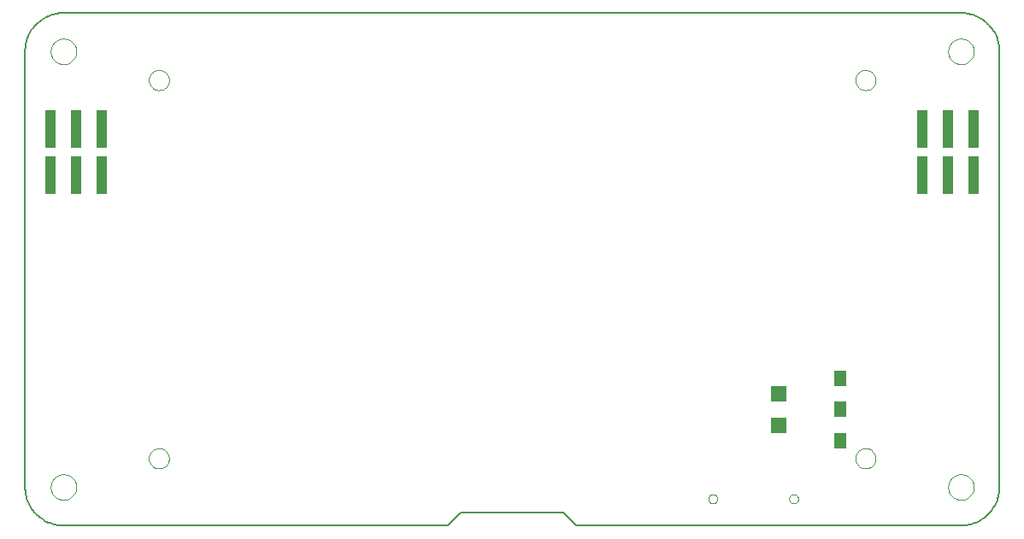
<source format=gbp>
G75*
%MOIN*%
%OFA0B0*%
%FSLAX24Y24*%
%IPPOS*%
%LPD*%
%AMOC8*
5,1,8,0,0,1.08239X$1,22.5*
%
%ADD10C,0.0050*%
%ADD11C,0.0000*%
%ADD12R,0.0394X0.1450*%
%ADD13R,0.0472X0.0591*%
%ADD14R,0.0591X0.0591*%
D10*
X017760Y016393D02*
X032760Y016393D01*
X033260Y016893D01*
X037260Y016893D01*
X037760Y016393D01*
X052760Y016393D01*
X052836Y016395D01*
X052912Y016401D01*
X052987Y016410D01*
X053062Y016424D01*
X053136Y016441D01*
X053209Y016462D01*
X053281Y016486D01*
X053352Y016515D01*
X053421Y016546D01*
X053488Y016581D01*
X053553Y016620D01*
X053617Y016662D01*
X053678Y016707D01*
X053737Y016755D01*
X053793Y016806D01*
X053847Y016860D01*
X053898Y016916D01*
X053946Y016975D01*
X053991Y017036D01*
X054033Y017100D01*
X054072Y017165D01*
X054107Y017232D01*
X054138Y017301D01*
X054167Y017372D01*
X054191Y017444D01*
X054212Y017517D01*
X054229Y017591D01*
X054243Y017666D01*
X054252Y017741D01*
X054258Y017817D01*
X054260Y017893D01*
X054260Y034893D01*
X054258Y034969D01*
X054252Y035045D01*
X054243Y035120D01*
X054229Y035195D01*
X054212Y035269D01*
X054191Y035342D01*
X054167Y035414D01*
X054138Y035485D01*
X054107Y035554D01*
X054072Y035621D01*
X054033Y035686D01*
X053991Y035750D01*
X053946Y035811D01*
X053898Y035870D01*
X053847Y035926D01*
X053793Y035980D01*
X053737Y036031D01*
X053678Y036079D01*
X053617Y036124D01*
X053553Y036166D01*
X053488Y036205D01*
X053421Y036240D01*
X053352Y036271D01*
X053281Y036300D01*
X053209Y036324D01*
X053136Y036345D01*
X053062Y036362D01*
X052987Y036376D01*
X052912Y036385D01*
X052836Y036391D01*
X052760Y036393D01*
X017760Y036393D01*
X017684Y036391D01*
X017608Y036385D01*
X017533Y036376D01*
X017458Y036362D01*
X017384Y036345D01*
X017311Y036324D01*
X017239Y036300D01*
X017168Y036271D01*
X017099Y036240D01*
X017032Y036205D01*
X016967Y036166D01*
X016903Y036124D01*
X016842Y036079D01*
X016783Y036031D01*
X016727Y035980D01*
X016673Y035926D01*
X016622Y035870D01*
X016574Y035811D01*
X016529Y035750D01*
X016487Y035686D01*
X016448Y035621D01*
X016413Y035554D01*
X016382Y035485D01*
X016353Y035414D01*
X016329Y035342D01*
X016308Y035269D01*
X016291Y035195D01*
X016277Y035120D01*
X016268Y035045D01*
X016262Y034969D01*
X016260Y034893D01*
X016260Y017893D01*
X016262Y017817D01*
X016268Y017741D01*
X016277Y017666D01*
X016291Y017591D01*
X016308Y017517D01*
X016329Y017444D01*
X016353Y017372D01*
X016382Y017301D01*
X016413Y017232D01*
X016448Y017165D01*
X016487Y017100D01*
X016529Y017036D01*
X016574Y016975D01*
X016622Y016916D01*
X016673Y016860D01*
X016727Y016806D01*
X016783Y016755D01*
X016842Y016707D01*
X016903Y016662D01*
X016967Y016620D01*
X017032Y016581D01*
X017099Y016546D01*
X017168Y016515D01*
X017239Y016486D01*
X017311Y016462D01*
X017384Y016441D01*
X017458Y016424D01*
X017533Y016410D01*
X017608Y016401D01*
X017684Y016395D01*
X017760Y016393D01*
D11*
X017260Y017893D02*
X017262Y017937D01*
X017268Y017981D01*
X017278Y018024D01*
X017291Y018066D01*
X017308Y018107D01*
X017329Y018146D01*
X017353Y018183D01*
X017380Y018218D01*
X017410Y018250D01*
X017443Y018280D01*
X017479Y018306D01*
X017516Y018330D01*
X017556Y018349D01*
X017597Y018366D01*
X017640Y018378D01*
X017683Y018387D01*
X017727Y018392D01*
X017771Y018393D01*
X017815Y018390D01*
X017859Y018383D01*
X017902Y018372D01*
X017944Y018358D01*
X017984Y018340D01*
X018023Y018318D01*
X018059Y018294D01*
X018093Y018266D01*
X018125Y018235D01*
X018154Y018201D01*
X018180Y018165D01*
X018202Y018127D01*
X018221Y018087D01*
X018236Y018045D01*
X018248Y018003D01*
X018256Y017959D01*
X018260Y017915D01*
X018260Y017871D01*
X018256Y017827D01*
X018248Y017783D01*
X018236Y017741D01*
X018221Y017699D01*
X018202Y017659D01*
X018180Y017621D01*
X018154Y017585D01*
X018125Y017551D01*
X018093Y017520D01*
X018059Y017492D01*
X018023Y017468D01*
X017984Y017446D01*
X017944Y017428D01*
X017902Y017414D01*
X017859Y017403D01*
X017815Y017396D01*
X017771Y017393D01*
X017727Y017394D01*
X017683Y017399D01*
X017640Y017408D01*
X017597Y017420D01*
X017556Y017437D01*
X017516Y017456D01*
X017479Y017480D01*
X017443Y017506D01*
X017410Y017536D01*
X017380Y017568D01*
X017353Y017603D01*
X017329Y017640D01*
X017308Y017679D01*
X017291Y017720D01*
X017278Y017762D01*
X017268Y017805D01*
X017262Y017849D01*
X017260Y017893D01*
X021086Y019011D02*
X021088Y019050D01*
X021094Y019089D01*
X021104Y019127D01*
X021117Y019164D01*
X021134Y019199D01*
X021154Y019233D01*
X021178Y019264D01*
X021205Y019293D01*
X021234Y019319D01*
X021266Y019342D01*
X021300Y019362D01*
X021336Y019378D01*
X021373Y019390D01*
X021412Y019399D01*
X021451Y019404D01*
X021490Y019405D01*
X021529Y019402D01*
X021568Y019395D01*
X021605Y019384D01*
X021642Y019370D01*
X021677Y019352D01*
X021710Y019331D01*
X021741Y019306D01*
X021769Y019279D01*
X021794Y019249D01*
X021816Y019216D01*
X021835Y019182D01*
X021850Y019146D01*
X021862Y019108D01*
X021870Y019070D01*
X021874Y019031D01*
X021874Y018991D01*
X021870Y018952D01*
X021862Y018914D01*
X021850Y018876D01*
X021835Y018840D01*
X021816Y018806D01*
X021794Y018773D01*
X021769Y018743D01*
X021741Y018716D01*
X021710Y018691D01*
X021677Y018670D01*
X021642Y018652D01*
X021605Y018638D01*
X021568Y018627D01*
X021529Y018620D01*
X021490Y018617D01*
X021451Y018618D01*
X021412Y018623D01*
X021373Y018632D01*
X021336Y018644D01*
X021300Y018660D01*
X021266Y018680D01*
X021234Y018703D01*
X021205Y018729D01*
X021178Y018758D01*
X021154Y018789D01*
X021134Y018823D01*
X021117Y018858D01*
X021104Y018895D01*
X021094Y018933D01*
X021088Y018972D01*
X021086Y019011D01*
X021086Y033775D02*
X021088Y033814D01*
X021094Y033853D01*
X021104Y033891D01*
X021117Y033928D01*
X021134Y033963D01*
X021154Y033997D01*
X021178Y034028D01*
X021205Y034057D01*
X021234Y034083D01*
X021266Y034106D01*
X021300Y034126D01*
X021336Y034142D01*
X021373Y034154D01*
X021412Y034163D01*
X021451Y034168D01*
X021490Y034169D01*
X021529Y034166D01*
X021568Y034159D01*
X021605Y034148D01*
X021642Y034134D01*
X021677Y034116D01*
X021710Y034095D01*
X021741Y034070D01*
X021769Y034043D01*
X021794Y034013D01*
X021816Y033980D01*
X021835Y033946D01*
X021850Y033910D01*
X021862Y033872D01*
X021870Y033834D01*
X021874Y033795D01*
X021874Y033755D01*
X021870Y033716D01*
X021862Y033678D01*
X021850Y033640D01*
X021835Y033604D01*
X021816Y033570D01*
X021794Y033537D01*
X021769Y033507D01*
X021741Y033480D01*
X021710Y033455D01*
X021677Y033434D01*
X021642Y033416D01*
X021605Y033402D01*
X021568Y033391D01*
X021529Y033384D01*
X021490Y033381D01*
X021451Y033382D01*
X021412Y033387D01*
X021373Y033396D01*
X021336Y033408D01*
X021300Y033424D01*
X021266Y033444D01*
X021234Y033467D01*
X021205Y033493D01*
X021178Y033522D01*
X021154Y033553D01*
X021134Y033587D01*
X021117Y033622D01*
X021104Y033659D01*
X021094Y033697D01*
X021088Y033736D01*
X021086Y033775D01*
X017260Y034893D02*
X017262Y034937D01*
X017268Y034981D01*
X017278Y035024D01*
X017291Y035066D01*
X017308Y035107D01*
X017329Y035146D01*
X017353Y035183D01*
X017380Y035218D01*
X017410Y035250D01*
X017443Y035280D01*
X017479Y035306D01*
X017516Y035330D01*
X017556Y035349D01*
X017597Y035366D01*
X017640Y035378D01*
X017683Y035387D01*
X017727Y035392D01*
X017771Y035393D01*
X017815Y035390D01*
X017859Y035383D01*
X017902Y035372D01*
X017944Y035358D01*
X017984Y035340D01*
X018023Y035318D01*
X018059Y035294D01*
X018093Y035266D01*
X018125Y035235D01*
X018154Y035201D01*
X018180Y035165D01*
X018202Y035127D01*
X018221Y035087D01*
X018236Y035045D01*
X018248Y035003D01*
X018256Y034959D01*
X018260Y034915D01*
X018260Y034871D01*
X018256Y034827D01*
X018248Y034783D01*
X018236Y034741D01*
X018221Y034699D01*
X018202Y034659D01*
X018180Y034621D01*
X018154Y034585D01*
X018125Y034551D01*
X018093Y034520D01*
X018059Y034492D01*
X018023Y034468D01*
X017984Y034446D01*
X017944Y034428D01*
X017902Y034414D01*
X017859Y034403D01*
X017815Y034396D01*
X017771Y034393D01*
X017727Y034394D01*
X017683Y034399D01*
X017640Y034408D01*
X017597Y034420D01*
X017556Y034437D01*
X017516Y034456D01*
X017479Y034480D01*
X017443Y034506D01*
X017410Y034536D01*
X017380Y034568D01*
X017353Y034603D01*
X017329Y034640D01*
X017308Y034679D01*
X017291Y034720D01*
X017278Y034762D01*
X017268Y034805D01*
X017262Y034849D01*
X017260Y034893D01*
X042911Y017435D02*
X042913Y017461D01*
X042919Y017487D01*
X042928Y017511D01*
X042941Y017534D01*
X042958Y017554D01*
X042977Y017572D01*
X042999Y017587D01*
X043022Y017598D01*
X043047Y017606D01*
X043073Y017610D01*
X043099Y017610D01*
X043125Y017606D01*
X043150Y017598D01*
X043174Y017587D01*
X043195Y017572D01*
X043214Y017554D01*
X043231Y017534D01*
X043244Y017511D01*
X043253Y017487D01*
X043259Y017461D01*
X043261Y017435D01*
X043259Y017409D01*
X043253Y017383D01*
X043244Y017359D01*
X043231Y017336D01*
X043214Y017316D01*
X043195Y017298D01*
X043173Y017283D01*
X043150Y017272D01*
X043125Y017264D01*
X043099Y017260D01*
X043073Y017260D01*
X043047Y017264D01*
X043022Y017272D01*
X042998Y017283D01*
X042977Y017298D01*
X042958Y017316D01*
X042941Y017336D01*
X042928Y017359D01*
X042919Y017383D01*
X042913Y017409D01*
X042911Y017435D01*
X046060Y017435D02*
X046062Y017461D01*
X046068Y017487D01*
X046077Y017511D01*
X046090Y017534D01*
X046107Y017554D01*
X046126Y017572D01*
X046148Y017587D01*
X046171Y017598D01*
X046196Y017606D01*
X046222Y017610D01*
X046248Y017610D01*
X046274Y017606D01*
X046299Y017598D01*
X046323Y017587D01*
X046344Y017572D01*
X046363Y017554D01*
X046380Y017534D01*
X046393Y017511D01*
X046402Y017487D01*
X046408Y017461D01*
X046410Y017435D01*
X046408Y017409D01*
X046402Y017383D01*
X046393Y017359D01*
X046380Y017336D01*
X046363Y017316D01*
X046344Y017298D01*
X046322Y017283D01*
X046299Y017272D01*
X046274Y017264D01*
X046248Y017260D01*
X046222Y017260D01*
X046196Y017264D01*
X046171Y017272D01*
X046147Y017283D01*
X046126Y017298D01*
X046107Y017316D01*
X046090Y017336D01*
X046077Y017359D01*
X046068Y017383D01*
X046062Y017409D01*
X046060Y017435D01*
X048645Y019011D02*
X048647Y019050D01*
X048653Y019089D01*
X048663Y019127D01*
X048676Y019164D01*
X048693Y019199D01*
X048713Y019233D01*
X048737Y019264D01*
X048764Y019293D01*
X048793Y019319D01*
X048825Y019342D01*
X048859Y019362D01*
X048895Y019378D01*
X048932Y019390D01*
X048971Y019399D01*
X049010Y019404D01*
X049049Y019405D01*
X049088Y019402D01*
X049127Y019395D01*
X049164Y019384D01*
X049201Y019370D01*
X049236Y019352D01*
X049269Y019331D01*
X049300Y019306D01*
X049328Y019279D01*
X049353Y019249D01*
X049375Y019216D01*
X049394Y019182D01*
X049409Y019146D01*
X049421Y019108D01*
X049429Y019070D01*
X049433Y019031D01*
X049433Y018991D01*
X049429Y018952D01*
X049421Y018914D01*
X049409Y018876D01*
X049394Y018840D01*
X049375Y018806D01*
X049353Y018773D01*
X049328Y018743D01*
X049300Y018716D01*
X049269Y018691D01*
X049236Y018670D01*
X049201Y018652D01*
X049164Y018638D01*
X049127Y018627D01*
X049088Y018620D01*
X049049Y018617D01*
X049010Y018618D01*
X048971Y018623D01*
X048932Y018632D01*
X048895Y018644D01*
X048859Y018660D01*
X048825Y018680D01*
X048793Y018703D01*
X048764Y018729D01*
X048737Y018758D01*
X048713Y018789D01*
X048693Y018823D01*
X048676Y018858D01*
X048663Y018895D01*
X048653Y018933D01*
X048647Y018972D01*
X048645Y019011D01*
X052260Y017893D02*
X052262Y017937D01*
X052268Y017981D01*
X052278Y018024D01*
X052291Y018066D01*
X052308Y018107D01*
X052329Y018146D01*
X052353Y018183D01*
X052380Y018218D01*
X052410Y018250D01*
X052443Y018280D01*
X052479Y018306D01*
X052516Y018330D01*
X052556Y018349D01*
X052597Y018366D01*
X052640Y018378D01*
X052683Y018387D01*
X052727Y018392D01*
X052771Y018393D01*
X052815Y018390D01*
X052859Y018383D01*
X052902Y018372D01*
X052944Y018358D01*
X052984Y018340D01*
X053023Y018318D01*
X053059Y018294D01*
X053093Y018266D01*
X053125Y018235D01*
X053154Y018201D01*
X053180Y018165D01*
X053202Y018127D01*
X053221Y018087D01*
X053236Y018045D01*
X053248Y018003D01*
X053256Y017959D01*
X053260Y017915D01*
X053260Y017871D01*
X053256Y017827D01*
X053248Y017783D01*
X053236Y017741D01*
X053221Y017699D01*
X053202Y017659D01*
X053180Y017621D01*
X053154Y017585D01*
X053125Y017551D01*
X053093Y017520D01*
X053059Y017492D01*
X053023Y017468D01*
X052984Y017446D01*
X052944Y017428D01*
X052902Y017414D01*
X052859Y017403D01*
X052815Y017396D01*
X052771Y017393D01*
X052727Y017394D01*
X052683Y017399D01*
X052640Y017408D01*
X052597Y017420D01*
X052556Y017437D01*
X052516Y017456D01*
X052479Y017480D01*
X052443Y017506D01*
X052410Y017536D01*
X052380Y017568D01*
X052353Y017603D01*
X052329Y017640D01*
X052308Y017679D01*
X052291Y017720D01*
X052278Y017762D01*
X052268Y017805D01*
X052262Y017849D01*
X052260Y017893D01*
X048645Y033775D02*
X048647Y033814D01*
X048653Y033853D01*
X048663Y033891D01*
X048676Y033928D01*
X048693Y033963D01*
X048713Y033997D01*
X048737Y034028D01*
X048764Y034057D01*
X048793Y034083D01*
X048825Y034106D01*
X048859Y034126D01*
X048895Y034142D01*
X048932Y034154D01*
X048971Y034163D01*
X049010Y034168D01*
X049049Y034169D01*
X049088Y034166D01*
X049127Y034159D01*
X049164Y034148D01*
X049201Y034134D01*
X049236Y034116D01*
X049269Y034095D01*
X049300Y034070D01*
X049328Y034043D01*
X049353Y034013D01*
X049375Y033980D01*
X049394Y033946D01*
X049409Y033910D01*
X049421Y033872D01*
X049429Y033834D01*
X049433Y033795D01*
X049433Y033755D01*
X049429Y033716D01*
X049421Y033678D01*
X049409Y033640D01*
X049394Y033604D01*
X049375Y033570D01*
X049353Y033537D01*
X049328Y033507D01*
X049300Y033480D01*
X049269Y033455D01*
X049236Y033434D01*
X049201Y033416D01*
X049164Y033402D01*
X049127Y033391D01*
X049088Y033384D01*
X049049Y033381D01*
X049010Y033382D01*
X048971Y033387D01*
X048932Y033396D01*
X048895Y033408D01*
X048859Y033424D01*
X048825Y033444D01*
X048793Y033467D01*
X048764Y033493D01*
X048737Y033522D01*
X048713Y033553D01*
X048693Y033587D01*
X048676Y033622D01*
X048663Y033659D01*
X048653Y033697D01*
X048647Y033736D01*
X048645Y033775D01*
X052260Y034893D02*
X052262Y034937D01*
X052268Y034981D01*
X052278Y035024D01*
X052291Y035066D01*
X052308Y035107D01*
X052329Y035146D01*
X052353Y035183D01*
X052380Y035218D01*
X052410Y035250D01*
X052443Y035280D01*
X052479Y035306D01*
X052516Y035330D01*
X052556Y035349D01*
X052597Y035366D01*
X052640Y035378D01*
X052683Y035387D01*
X052727Y035392D01*
X052771Y035393D01*
X052815Y035390D01*
X052859Y035383D01*
X052902Y035372D01*
X052944Y035358D01*
X052984Y035340D01*
X053023Y035318D01*
X053059Y035294D01*
X053093Y035266D01*
X053125Y035235D01*
X053154Y035201D01*
X053180Y035165D01*
X053202Y035127D01*
X053221Y035087D01*
X053236Y035045D01*
X053248Y035003D01*
X053256Y034959D01*
X053260Y034915D01*
X053260Y034871D01*
X053256Y034827D01*
X053248Y034783D01*
X053236Y034741D01*
X053221Y034699D01*
X053202Y034659D01*
X053180Y034621D01*
X053154Y034585D01*
X053125Y034551D01*
X053093Y034520D01*
X053059Y034492D01*
X053023Y034468D01*
X052984Y034446D01*
X052944Y034428D01*
X052902Y034414D01*
X052859Y034403D01*
X052815Y034396D01*
X052771Y034393D01*
X052727Y034394D01*
X052683Y034399D01*
X052640Y034408D01*
X052597Y034420D01*
X052556Y034437D01*
X052516Y034456D01*
X052479Y034480D01*
X052443Y034506D01*
X052410Y034536D01*
X052380Y034568D01*
X052353Y034603D01*
X052329Y034640D01*
X052308Y034679D01*
X052291Y034720D01*
X052278Y034762D01*
X052268Y034805D01*
X052262Y034849D01*
X052260Y034893D01*
D12*
X052260Y031860D03*
X051260Y031860D03*
X053260Y031860D03*
X053260Y030060D03*
X052260Y030060D03*
X051260Y030060D03*
X019260Y030060D03*
X018260Y030060D03*
X017260Y030060D03*
X017260Y031860D03*
X018260Y031860D03*
X019260Y031860D03*
D13*
X048039Y022141D03*
X048039Y020921D03*
X048039Y019700D03*
D14*
X045637Y020311D03*
X045637Y021531D03*
M02*

</source>
